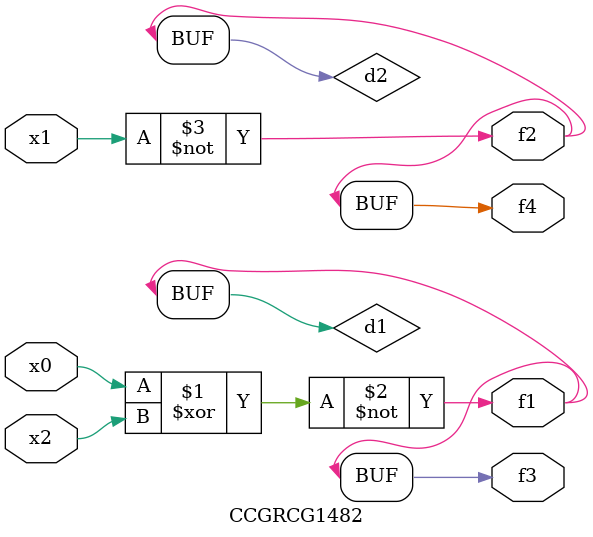
<source format=v>
module CCGRCG1482(
	input x0, x1, x2,
	output f1, f2, f3, f4
);

	wire d1, d2, d3;

	xnor (d1, x0, x2);
	nand (d2, x1);
	nor (d3, x1, x2);
	assign f1 = d1;
	assign f2 = d2;
	assign f3 = d1;
	assign f4 = d2;
endmodule

</source>
